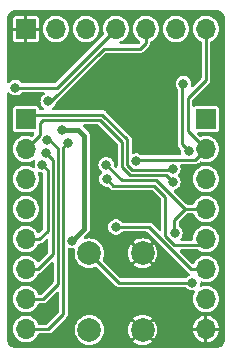
<source format=gbr>
%TF.GenerationSoftware,KiCad,Pcbnew,7.0.7*%
%TF.CreationDate,2024-07-05T12:18:51-04:00*%
%TF.ProjectId,MSP430FR21_Breakout,4d535034-3330-4465-9232-315f42726561,rev?*%
%TF.SameCoordinates,Original*%
%TF.FileFunction,Copper,L2,Bot*%
%TF.FilePolarity,Positive*%
%FSLAX46Y46*%
G04 Gerber Fmt 4.6, Leading zero omitted, Abs format (unit mm)*
G04 Created by KiCad (PCBNEW 7.0.7) date 2024-07-05 12:18:51*
%MOMM*%
%LPD*%
G01*
G04 APERTURE LIST*
%TA.AperFunction,ComponentPad*%
%ADD10C,2.000000*%
%TD*%
%TA.AperFunction,ComponentPad*%
%ADD11R,1.700000X1.700000*%
%TD*%
%TA.AperFunction,ComponentPad*%
%ADD12O,1.700000X1.700000*%
%TD*%
%TA.AperFunction,ViaPad*%
%ADD13C,0.800000*%
%TD*%
%TA.AperFunction,Conductor*%
%ADD14C,0.400000*%
%TD*%
%TA.AperFunction,Conductor*%
%ADD15C,0.250000*%
%TD*%
G04 APERTURE END LIST*
D10*
%TO.P,SW1,1,A*%
%TO.N,RST*%
X142530000Y-101675000D03*
X142530000Y-95175000D03*
%TO.P,SW1,2,B*%
%TO.N,GND*%
X147030000Y-101675000D03*
X147030000Y-95175000D03*
%TD*%
D11*
%TO.P,J3,1,Pin_1*%
%TO.N,GND*%
X137160000Y-76200000D03*
D12*
%TO.P,J3,2,Pin_2*%
%TO.N,+5V*%
X139700000Y-76200000D03*
%TO.P,J3,3,Pin_3*%
%TO.N,+3V3*%
X142240000Y-76200000D03*
%TO.P,J3,4,Pin_4*%
%TO.N,P1.6*%
X144780000Y-76200000D03*
%TO.P,J3,5,Pin_5*%
%TO.N,P1.7*%
X147320000Y-76200000D03*
%TO.P,J3,6,Pin_6*%
%TO.N,RST*%
X149860000Y-76200000D03*
%TO.P,J3,7,Pin_7*%
%TO.N,Test*%
X152400000Y-76200000D03*
%TD*%
D11*
%TO.P,J2,1,Pin_1*%
%TO.N,+3V3*%
X152400000Y-83820000D03*
D12*
%TO.P,J2,2,Pin_2*%
%TO.N,Test*%
X152400000Y-86360000D03*
%TO.P,J2,3,Pin_3*%
%TO.N,RST*%
X152400000Y-88900000D03*
%TO.P,J2,4,Pin_4*%
%TO.N,P2.0*%
X152400000Y-91440000D03*
%TO.P,J2,5,Pin_5*%
%TO.N,P2.1*%
X152400000Y-93980000D03*
%TO.P,J2,6,Pin_6*%
%TO.N,P2.6*%
X152400000Y-96520000D03*
%TO.P,J2,7,Pin_7*%
%TO.N,P2.7*%
X152400000Y-99060000D03*
%TO.P,J2,8,Pin_8*%
%TO.N,GND*%
X152400000Y-101600000D03*
%TD*%
D11*
%TO.P,J1,1,Pin_1*%
%TO.N,P1.0*%
X137160000Y-83820000D03*
D12*
%TO.P,J1,2,Pin_2*%
%TO.N,P1.1*%
X137160000Y-86360000D03*
%TO.P,J1,3,Pin_3*%
%TO.N,P1.2*%
X137160000Y-88900000D03*
%TO.P,J1,4,Pin_4*%
%TO.N,P1.3*%
X137160000Y-91440000D03*
%TO.P,J1,5,Pin_5*%
%TO.N,P1.4*%
X137160000Y-93980000D03*
%TO.P,J1,6,Pin_6*%
%TO.N,P1.5*%
X137160000Y-96520000D03*
%TO.P,J1,7,Pin_7*%
%TO.N,P1.6*%
X137160000Y-99060000D03*
%TO.P,J1,8,Pin_8*%
%TO.N,P1.7*%
X137160000Y-101600000D03*
%TD*%
D13*
%TO.N,+3V3*%
X140208000Y-84709000D03*
X141097000Y-94107000D03*
%TO.N,GND*%
X149504400Y-83769200D03*
%TO.N,P2.6*%
X144780000Y-92964000D03*
%TO.N,RST*%
X151257000Y-97663000D03*
X150495000Y-80819000D03*
X150926800Y-86512400D03*
%TO.N,P1.0*%
X149606000Y-88011000D03*
%TO.N,P1.1*%
X149606000Y-89154000D03*
%TO.N,P1.4*%
X138557000Y-87680800D03*
%TO.N,P1.5*%
X138836400Y-86664800D03*
%TO.N,P1.6*%
X138955832Y-85558456D03*
X136271000Y-81153000D03*
%TO.N,P1.7*%
X139037799Y-82323201D03*
X140712489Y-85822341D03*
%TO.N,Test*%
X146462500Y-87376000D03*
%TO.N,P2.0*%
X143949503Y-87698497D03*
X149770500Y-93472000D03*
%TO.N,P2.1*%
X144018000Y-88900000D03*
%TD*%
D14*
%TO.N,+3V3*%
X141605000Y-84709000D02*
X142113000Y-85217000D01*
X142113000Y-93091000D02*
X141097000Y-94107000D01*
X140208000Y-84709000D02*
X141605000Y-84709000D01*
X142113000Y-85217000D02*
X142113000Y-93091000D01*
D15*
%TO.N,P2.6*%
X144780000Y-92964000D02*
X147572604Y-92964000D01*
X147572604Y-92964000D02*
X151128604Y-96520000D01*
X151128604Y-96520000D02*
X152400000Y-96520000D01*
%TO.N,RST*%
X150926800Y-86512400D02*
X150368000Y-85953600D01*
X150368000Y-85953600D02*
X150368000Y-80946000D01*
X151257000Y-97663000D02*
X145018000Y-97663000D01*
X145018000Y-97663000D02*
X142530000Y-95175000D01*
X150368000Y-80946000D02*
X150495000Y-80819000D01*
%TO.N,P1.0*%
X149606000Y-88011000D02*
X149516000Y-88101000D01*
X145737500Y-87676305D02*
X145737500Y-85539500D01*
X137541000Y-83439000D02*
X137160000Y-83820000D01*
X149516000Y-88101000D02*
X146162195Y-88101000D01*
X143637000Y-83439000D02*
X137541000Y-83439000D01*
X146162195Y-88101000D02*
X145737500Y-87676305D01*
X145737500Y-85539500D02*
X143637000Y-83439000D01*
%TO.N,P1.1*%
X145975799Y-88551000D02*
X149003000Y-88551000D01*
X145287500Y-85725896D02*
X145287500Y-87862701D01*
X137160000Y-86360000D02*
X138335000Y-85185000D01*
X143450604Y-83889000D02*
X145287500Y-85725896D01*
X149003000Y-88551000D02*
X149606000Y-89154000D01*
X138335000Y-84169000D02*
X138615000Y-83889000D01*
X138615000Y-83889000D02*
X143450604Y-83889000D01*
X145287500Y-87862701D02*
X145975799Y-88551000D01*
X138335000Y-85185000D02*
X138335000Y-84169000D01*
%TO.N,P1.4*%
X138303000Y-93980000D02*
X137160000Y-93980000D01*
X138557000Y-87680800D02*
X138985000Y-88108800D01*
X138985000Y-88108800D02*
X138985000Y-93298000D01*
X138985000Y-93298000D02*
X138303000Y-93980000D01*
%TO.N,P1.5*%
X138836400Y-86664800D02*
X139435000Y-87263400D01*
X139435000Y-87263400D02*
X139435000Y-95261000D01*
X138176000Y-96520000D02*
X137160000Y-96520000D01*
X139435000Y-95261000D02*
X138176000Y-96520000D01*
%TO.N,P1.6*%
X138615000Y-99060000D02*
X137160000Y-99060000D01*
X139885000Y-97790000D02*
X138615000Y-99060000D01*
X139885000Y-86291000D02*
X139885000Y-97790000D01*
X144780000Y-76200000D02*
X139827000Y-81153000D01*
X138955832Y-85558456D02*
X139152456Y-85558456D01*
X139152456Y-85558456D02*
X139885000Y-86291000D01*
X139827000Y-81153000D02*
X136271000Y-81153000D01*
%TO.N,P1.7*%
X147320000Y-76200000D02*
X147320000Y-77343000D01*
X147320000Y-77343000D02*
X146812000Y-77851000D01*
X143765396Y-77851000D02*
X139293195Y-82323201D01*
X140712489Y-85822341D02*
X140335000Y-86199830D01*
X146812000Y-77851000D02*
X143765396Y-77851000D01*
X139065000Y-101600000D02*
X137160000Y-101600000D01*
X139293195Y-82323201D02*
X139037799Y-82323201D01*
X140335000Y-100330000D02*
X139065000Y-101600000D01*
X140335000Y-86199830D02*
X140335000Y-100330000D01*
%TO.N,Test*%
X152400000Y-80518000D02*
X152400000Y-76200000D01*
X152400000Y-86360000D02*
X150876000Y-84836000D01*
X150876000Y-82042000D02*
X152400000Y-80518000D01*
X146589500Y-87249000D02*
X151511000Y-87249000D01*
X150876000Y-84836000D02*
X150876000Y-82042000D01*
X151511000Y-87249000D02*
X152400000Y-86360000D01*
X146462500Y-87376000D02*
X146589500Y-87249000D01*
%TO.N,P2.0*%
X148183000Y-89001000D02*
X150622000Y-91440000D01*
X149733000Y-92329000D02*
X150622000Y-91440000D01*
X145252006Y-89001000D02*
X148183000Y-89001000D01*
X143949503Y-87698497D02*
X145252006Y-89001000D01*
X149733000Y-93434500D02*
X149733000Y-92329000D01*
X150622000Y-91440000D02*
X152400000Y-91440000D01*
X149770500Y-93472000D02*
X149733000Y-93434500D01*
%TO.N,P2.1*%
X151892000Y-94488000D02*
X152400000Y-93980000D01*
X144569000Y-89451000D02*
X147996604Y-89451000D01*
X147996604Y-89451000D02*
X148971000Y-90425396D01*
X144018000Y-88900000D02*
X144569000Y-89451000D01*
X149733000Y-94488000D02*
X151892000Y-94488000D01*
X148971000Y-93726000D02*
X149733000Y-94488000D01*
X148971000Y-90425396D02*
X148971000Y-93726000D01*
%TD*%
%TA.AperFunction,Conductor*%
%TO.N,GND*%
G36*
X153308031Y-74595799D02*
G01*
X153355947Y-74600517D01*
X153429317Y-74607744D01*
X153453145Y-74612483D01*
X153561005Y-74645202D01*
X153583453Y-74654501D01*
X153682849Y-74707629D01*
X153703059Y-74721133D01*
X153790179Y-74792630D01*
X153807369Y-74809820D01*
X153878866Y-74896940D01*
X153892370Y-74917150D01*
X153945495Y-75016538D01*
X153954798Y-75038997D01*
X153987514Y-75146848D01*
X153992256Y-75170688D01*
X154004201Y-75291967D01*
X154004500Y-75298048D01*
X154004500Y-102501951D01*
X154004201Y-102508032D01*
X153992256Y-102629311D01*
X153987514Y-102653151D01*
X153954798Y-102761002D01*
X153945495Y-102783461D01*
X153892370Y-102882849D01*
X153878866Y-102903059D01*
X153807369Y-102990179D01*
X153790179Y-103007369D01*
X153703059Y-103078866D01*
X153682849Y-103092370D01*
X153583461Y-103145495D01*
X153561002Y-103154798D01*
X153453151Y-103187514D01*
X153429311Y-103192256D01*
X153308032Y-103204201D01*
X153301951Y-103204500D01*
X136258049Y-103204500D01*
X136251968Y-103204201D01*
X136130688Y-103192256D01*
X136106848Y-103187514D01*
X135998997Y-103154798D01*
X135976541Y-103145496D01*
X135877150Y-103092370D01*
X135856940Y-103078866D01*
X135769820Y-103007369D01*
X135752630Y-102990179D01*
X135681133Y-102903059D01*
X135667629Y-102882849D01*
X135628441Y-102809534D01*
X135614501Y-102783453D01*
X135605201Y-102761002D01*
X135572483Y-102653145D01*
X135567744Y-102629317D01*
X135555799Y-102508031D01*
X135555500Y-102501951D01*
X135555500Y-91440000D01*
X136054785Y-91440000D01*
X136073602Y-91643082D01*
X136129417Y-91839247D01*
X136129422Y-91839260D01*
X136220327Y-92021821D01*
X136343237Y-92184581D01*
X136493958Y-92321980D01*
X136493960Y-92321982D01*
X136541317Y-92351304D01*
X136667363Y-92429348D01*
X136857544Y-92503024D01*
X137058024Y-92540500D01*
X137058026Y-92540500D01*
X137261974Y-92540500D01*
X137261976Y-92540500D01*
X137462456Y-92503024D01*
X137652637Y-92429348D01*
X137826041Y-92321981D01*
X137976764Y-92184579D01*
X138099673Y-92021821D01*
X138190582Y-91839250D01*
X138246397Y-91643083D01*
X138265215Y-91440000D01*
X138246397Y-91236917D01*
X138190582Y-91040750D01*
X138184323Y-91028181D01*
X138121088Y-90901186D01*
X138099673Y-90858179D01*
X137976764Y-90695421D01*
X137976762Y-90695418D01*
X137826041Y-90558019D01*
X137826039Y-90558017D01*
X137652642Y-90450655D01*
X137652635Y-90450651D01*
X137557546Y-90413813D01*
X137462456Y-90376976D01*
X137261976Y-90339500D01*
X137058024Y-90339500D01*
X136857544Y-90376976D01*
X136857541Y-90376976D01*
X136857541Y-90376977D01*
X136667364Y-90450651D01*
X136667357Y-90450655D01*
X136493960Y-90558017D01*
X136493958Y-90558019D01*
X136343237Y-90695418D01*
X136220327Y-90858178D01*
X136129422Y-91040739D01*
X136129417Y-91040752D01*
X136073602Y-91236917D01*
X136054785Y-91439999D01*
X136054785Y-91440000D01*
X135555500Y-91440000D01*
X135555500Y-81659466D01*
X135575185Y-81592427D01*
X135627989Y-81546672D01*
X135697147Y-81536728D01*
X135760703Y-81565753D01*
X135775341Y-81582094D01*
X135775543Y-81581916D01*
X135780512Y-81587525D01*
X135780515Y-81587528D01*
X135780517Y-81587530D01*
X135898760Y-81692283D01*
X135898762Y-81692284D01*
X136038634Y-81765696D01*
X136192014Y-81803500D01*
X136192015Y-81803500D01*
X136349985Y-81803500D01*
X136503365Y-81765696D01*
X136539867Y-81746538D01*
X136643240Y-81692283D01*
X136761483Y-81587530D01*
X136765257Y-81582061D01*
X136819537Y-81538071D01*
X136867308Y-81528500D01*
X138649129Y-81528500D01*
X138716168Y-81548185D01*
X138761923Y-81600989D01*
X138771867Y-81670147D01*
X138742842Y-81733703D01*
X138706755Y-81762296D01*
X138665561Y-81783916D01*
X138547315Y-81888672D01*
X138457580Y-82018676D01*
X138457579Y-82018677D01*
X138401561Y-82166382D01*
X138382521Y-82323200D01*
X138382521Y-82323201D01*
X138401561Y-82480019D01*
X138457578Y-82627723D01*
X138457579Y-82627724D01*
X138547316Y-82757731D01*
X138647725Y-82846685D01*
X138684851Y-82905873D01*
X138684084Y-82975739D01*
X138645667Y-83034099D01*
X138581797Y-83062424D01*
X138565498Y-83063500D01*
X138384500Y-83063500D01*
X138317461Y-83043815D01*
X138271706Y-82991011D01*
X138263044Y-82951194D01*
X138261097Y-82951386D01*
X138260500Y-82945331D01*
X138260500Y-82945326D01*
X138245966Y-82872260D01*
X138190601Y-82789399D01*
X138135235Y-82752405D01*
X138107739Y-82734033D01*
X138107735Y-82734032D01*
X138034677Y-82719500D01*
X138034674Y-82719500D01*
X136285326Y-82719500D01*
X136285323Y-82719500D01*
X136212264Y-82734032D01*
X136212260Y-82734033D01*
X136129399Y-82789399D01*
X136074033Y-82872260D01*
X136074032Y-82872264D01*
X136059500Y-82945321D01*
X136059500Y-84694678D01*
X136074032Y-84767735D01*
X136074033Y-84767739D01*
X136074034Y-84767740D01*
X136129399Y-84850601D01*
X136209936Y-84904413D01*
X136212260Y-84905966D01*
X136212264Y-84905967D01*
X136285321Y-84920499D01*
X136285324Y-84920500D01*
X136285326Y-84920500D01*
X137769100Y-84920500D01*
X137836139Y-84940185D01*
X137881894Y-84992989D01*
X137891838Y-85062147D01*
X137862813Y-85125703D01*
X137856781Y-85132181D01*
X137685028Y-85303933D01*
X137623705Y-85337418D01*
X137554013Y-85332434D01*
X137552554Y-85331879D01*
X137462461Y-85296977D01*
X137462456Y-85296976D01*
X137261976Y-85259500D01*
X137058024Y-85259500D01*
X136857544Y-85296976D01*
X136857541Y-85296976D01*
X136857541Y-85296977D01*
X136667364Y-85370651D01*
X136667357Y-85370655D01*
X136493960Y-85478017D01*
X136493958Y-85478019D01*
X136343237Y-85615418D01*
X136220327Y-85778178D01*
X136129422Y-85960739D01*
X136129417Y-85960752D01*
X136073602Y-86156917D01*
X136054785Y-86359999D01*
X136054785Y-86360000D01*
X136073602Y-86563082D01*
X136129417Y-86759247D01*
X136129422Y-86759260D01*
X136220327Y-86941821D01*
X136343237Y-87104581D01*
X136493958Y-87241980D01*
X136493960Y-87241982D01*
X136529469Y-87263968D01*
X136667363Y-87349348D01*
X136857544Y-87423024D01*
X137058024Y-87460500D01*
X137058026Y-87460500D01*
X137261974Y-87460500D01*
X137261976Y-87460500D01*
X137462456Y-87423024D01*
X137652637Y-87349348D01*
X137778724Y-87271278D01*
X137846082Y-87252723D01*
X137912781Y-87273531D01*
X137957643Y-87327096D01*
X137966423Y-87396412D01*
X137959941Y-87420677D01*
X137920763Y-87523981D01*
X137901722Y-87680799D01*
X137901722Y-87680800D01*
X137921030Y-87839825D01*
X137909569Y-87908749D01*
X137862665Y-87960534D01*
X137795209Y-87978741D01*
X137732657Y-87960198D01*
X137652642Y-87910655D01*
X137652635Y-87910651D01*
X137557546Y-87873814D01*
X137462456Y-87836976D01*
X137261976Y-87799500D01*
X137058024Y-87799500D01*
X136857544Y-87836976D01*
X136857541Y-87836976D01*
X136857541Y-87836977D01*
X136667364Y-87910651D01*
X136667357Y-87910655D01*
X136493960Y-88018017D01*
X136493958Y-88018019D01*
X136343237Y-88155418D01*
X136220327Y-88318178D01*
X136129422Y-88500739D01*
X136129417Y-88500752D01*
X136073602Y-88696917D01*
X136054785Y-88899999D01*
X136054785Y-88900000D01*
X136073602Y-89103082D01*
X136129417Y-89299247D01*
X136129422Y-89299260D01*
X136220327Y-89481821D01*
X136343237Y-89644581D01*
X136493958Y-89781980D01*
X136493960Y-89781982D01*
X136537063Y-89808670D01*
X136667363Y-89889348D01*
X136857544Y-89963024D01*
X137058024Y-90000500D01*
X137058026Y-90000500D01*
X137261974Y-90000500D01*
X137261976Y-90000500D01*
X137462456Y-89963024D01*
X137652637Y-89889348D01*
X137826041Y-89781981D01*
X137976764Y-89644579D01*
X138099673Y-89481821D01*
X138190582Y-89299250D01*
X138246397Y-89103083D01*
X138265215Y-88900000D01*
X138260533Y-88849477D01*
X138246397Y-88696917D01*
X138213842Y-88582500D01*
X138190582Y-88500750D01*
X138190577Y-88500739D01*
X138190575Y-88500734D01*
X138173329Y-88466099D01*
X138161068Y-88397314D01*
X138187941Y-88332819D01*
X138245417Y-88293092D01*
X138315247Y-88290744D01*
X138321431Y-88292706D01*
X138324633Y-88293495D01*
X138324635Y-88293496D01*
X138396436Y-88311193D01*
X138478014Y-88331300D01*
X138478015Y-88331300D01*
X138485500Y-88331300D01*
X138552539Y-88350985D01*
X138598294Y-88403789D01*
X138609500Y-88455300D01*
X138609500Y-93091100D01*
X138589815Y-93158139D01*
X138573181Y-93178781D01*
X138306006Y-93445955D01*
X138244683Y-93479440D01*
X138174991Y-93474456D01*
X138119058Y-93432584D01*
X138107325Y-93413546D01*
X138101016Y-93400877D01*
X138099673Y-93398179D01*
X138001762Y-93268524D01*
X137976762Y-93235418D01*
X137826041Y-93098019D01*
X137826039Y-93098017D01*
X137652642Y-92990655D01*
X137652635Y-92990651D01*
X137470450Y-92920073D01*
X137462456Y-92916976D01*
X137261976Y-92879500D01*
X137058024Y-92879500D01*
X136857544Y-92916976D01*
X136857541Y-92916976D01*
X136857541Y-92916977D01*
X136667364Y-92990651D01*
X136667357Y-92990655D01*
X136493960Y-93098017D01*
X136493958Y-93098019D01*
X136343237Y-93235418D01*
X136220327Y-93398178D01*
X136129422Y-93580739D01*
X136129417Y-93580752D01*
X136073602Y-93776917D01*
X136054785Y-93979999D01*
X136054785Y-93980000D01*
X136073602Y-94183082D01*
X136129417Y-94379247D01*
X136129422Y-94379260D01*
X136220327Y-94561821D01*
X136343237Y-94724581D01*
X136493958Y-94861980D01*
X136493960Y-94861982D01*
X136576874Y-94913320D01*
X136667363Y-94969348D01*
X136857544Y-95043024D01*
X137058024Y-95080500D01*
X137058026Y-95080500D01*
X137261974Y-95080500D01*
X137261976Y-95080500D01*
X137462456Y-95043024D01*
X137652637Y-94969348D01*
X137826041Y-94861981D01*
X137961388Y-94738596D01*
X137976762Y-94724581D01*
X137980451Y-94719696D01*
X138099673Y-94561821D01*
X138165924Y-94428769D01*
X138213424Y-94377536D01*
X138281087Y-94360114D01*
X138282058Y-94360150D01*
X138287260Y-94360365D01*
X138287268Y-94360367D01*
X138297744Y-94359061D01*
X138322492Y-94355977D01*
X138330168Y-94355500D01*
X138334112Y-94355500D01*
X138334114Y-94355500D01*
X138334116Y-94355499D01*
X138334122Y-94355499D01*
X138349487Y-94352934D01*
X138357140Y-94351657D01*
X138411626Y-94344866D01*
X138411627Y-94344865D01*
X138411629Y-94344865D01*
X138419141Y-94342628D01*
X138426606Y-94340066D01*
X138426606Y-94340065D01*
X138426610Y-94340065D01*
X138474877Y-94313944D01*
X138524211Y-94289826D01*
X138524213Y-94289823D01*
X138530594Y-94285268D01*
X138536819Y-94280422D01*
X138536826Y-94280419D01*
X138574008Y-94240028D01*
X138847821Y-93966214D01*
X138909142Y-93932731D01*
X138978833Y-93937715D01*
X139034767Y-93979586D01*
X139059184Y-94045051D01*
X139059500Y-94053897D01*
X139059500Y-95054099D01*
X139039815Y-95121138D01*
X139023181Y-95141780D01*
X138255123Y-95909837D01*
X138193800Y-95943322D01*
X138124108Y-95938338D01*
X138068488Y-95896883D01*
X137976762Y-95775418D01*
X137826041Y-95638019D01*
X137826039Y-95638017D01*
X137652642Y-95530655D01*
X137652635Y-95530651D01*
X137557546Y-95493814D01*
X137462456Y-95456976D01*
X137261976Y-95419500D01*
X137058024Y-95419500D01*
X136857544Y-95456976D01*
X136857541Y-95456976D01*
X136857541Y-95456977D01*
X136667364Y-95530651D01*
X136667357Y-95530655D01*
X136493960Y-95638017D01*
X136493958Y-95638019D01*
X136343237Y-95775418D01*
X136220327Y-95938178D01*
X136129422Y-96120739D01*
X136129417Y-96120752D01*
X136073602Y-96316917D01*
X136054785Y-96519999D01*
X136054785Y-96520000D01*
X136073602Y-96723082D01*
X136129417Y-96919247D01*
X136129422Y-96919260D01*
X136220327Y-97101821D01*
X136343237Y-97264581D01*
X136493958Y-97401980D01*
X136493960Y-97401982D01*
X136593141Y-97463392D01*
X136667363Y-97509348D01*
X136857544Y-97583024D01*
X137058024Y-97620500D01*
X137058026Y-97620500D01*
X137261974Y-97620500D01*
X137261976Y-97620500D01*
X137462456Y-97583024D01*
X137652637Y-97509348D01*
X137826041Y-97401981D01*
X137976764Y-97264579D01*
X138099673Y-97101821D01*
X138172963Y-96954633D01*
X138220463Y-96903400D01*
X138268626Y-96886860D01*
X138284626Y-96884866D01*
X138284628Y-96884864D01*
X138292141Y-96882628D01*
X138299606Y-96880066D01*
X138299606Y-96880065D01*
X138299610Y-96880065D01*
X138347877Y-96853944D01*
X138397211Y-96829826D01*
X138397213Y-96829823D01*
X138403594Y-96825268D01*
X138409819Y-96820422D01*
X138409826Y-96820419D01*
X138447007Y-96780029D01*
X139297820Y-95929216D01*
X139359142Y-95895732D01*
X139428834Y-95900716D01*
X139484767Y-95942588D01*
X139509184Y-96008052D01*
X139509500Y-96016898D01*
X139509500Y-97583100D01*
X139489815Y-97650139D01*
X139473181Y-97670781D01*
X138495781Y-98648181D01*
X138434458Y-98681666D01*
X138408100Y-98684500D01*
X138279185Y-98684500D01*
X138212146Y-98664815D01*
X138168186Y-98615774D01*
X138099673Y-98478179D01*
X137976764Y-98315421D01*
X137976762Y-98315418D01*
X137826041Y-98178019D01*
X137826039Y-98178017D01*
X137652642Y-98070655D01*
X137652635Y-98070651D01*
X137474260Y-98001549D01*
X137462456Y-97996976D01*
X137261976Y-97959500D01*
X137058024Y-97959500D01*
X136857544Y-97996976D01*
X136857541Y-97996976D01*
X136857541Y-97996977D01*
X136667364Y-98070651D01*
X136667357Y-98070655D01*
X136493960Y-98178017D01*
X136493958Y-98178019D01*
X136343237Y-98315418D01*
X136220327Y-98478178D01*
X136129422Y-98660739D01*
X136129417Y-98660752D01*
X136073602Y-98856917D01*
X136054785Y-99059999D01*
X136054785Y-99060000D01*
X136073602Y-99263082D01*
X136129417Y-99459247D01*
X136129422Y-99459260D01*
X136220327Y-99641821D01*
X136343237Y-99804581D01*
X136493958Y-99941980D01*
X136493960Y-99941982D01*
X136593141Y-100003392D01*
X136667363Y-100049348D01*
X136857544Y-100123024D01*
X137058024Y-100160500D01*
X137058026Y-100160500D01*
X137261974Y-100160500D01*
X137261976Y-100160500D01*
X137462456Y-100123024D01*
X137652637Y-100049348D01*
X137826041Y-99941981D01*
X137976764Y-99804579D01*
X138099673Y-99641821D01*
X138168186Y-99504226D01*
X138215687Y-99452992D01*
X138279185Y-99435500D01*
X138563196Y-99435500D01*
X138588641Y-99438139D01*
X138592440Y-99438935D01*
X138599268Y-99440367D01*
X138620225Y-99437754D01*
X138634492Y-99435977D01*
X138642168Y-99435500D01*
X138646112Y-99435500D01*
X138646114Y-99435500D01*
X138646116Y-99435499D01*
X138646122Y-99435499D01*
X138661487Y-99432934D01*
X138669140Y-99431657D01*
X138723626Y-99424866D01*
X138723627Y-99424865D01*
X138723629Y-99424865D01*
X138731141Y-99422628D01*
X138738606Y-99420066D01*
X138738606Y-99420065D01*
X138738610Y-99420065D01*
X138786877Y-99393944D01*
X138836211Y-99369826D01*
X138836213Y-99369823D01*
X138842594Y-99365268D01*
X138848819Y-99360422D01*
X138848826Y-99360419D01*
X138886008Y-99320028D01*
X139747820Y-98458216D01*
X139809142Y-98424732D01*
X139878834Y-98429716D01*
X139934767Y-98471588D01*
X139959184Y-98537052D01*
X139959500Y-98545898D01*
X139959500Y-100123100D01*
X139939815Y-100190139D01*
X139923181Y-100210781D01*
X138945781Y-101188181D01*
X138884458Y-101221666D01*
X138858100Y-101224500D01*
X138279185Y-101224500D01*
X138212146Y-101204815D01*
X138168186Y-101155774D01*
X138099673Y-101018179D01*
X137976764Y-100855421D01*
X137976762Y-100855418D01*
X137826041Y-100718019D01*
X137826039Y-100718017D01*
X137652642Y-100610655D01*
X137652635Y-100610651D01*
X137463705Y-100537460D01*
X137462456Y-100536976D01*
X137261976Y-100499500D01*
X137058024Y-100499500D01*
X136857544Y-100536976D01*
X136857541Y-100536976D01*
X136857541Y-100536977D01*
X136667364Y-100610651D01*
X136667357Y-100610655D01*
X136493960Y-100718017D01*
X136493958Y-100718019D01*
X136343237Y-100855418D01*
X136220327Y-101018178D01*
X136129422Y-101200739D01*
X136129417Y-101200752D01*
X136073602Y-101396917D01*
X136054785Y-101599999D01*
X136054785Y-101600000D01*
X136073602Y-101803082D01*
X136129417Y-101999247D01*
X136129422Y-101999260D01*
X136220327Y-102181821D01*
X136343237Y-102344581D01*
X136493958Y-102481980D01*
X136493960Y-102481982D01*
X136531136Y-102505000D01*
X136667363Y-102589348D01*
X136857544Y-102663024D01*
X137058024Y-102700500D01*
X137058026Y-102700500D01*
X137261974Y-102700500D01*
X137261976Y-102700500D01*
X137462456Y-102663024D01*
X137652637Y-102589348D01*
X137826041Y-102481981D01*
X137976764Y-102344579D01*
X138099673Y-102181821D01*
X138168186Y-102044226D01*
X138215687Y-101992992D01*
X138279185Y-101975500D01*
X139013196Y-101975500D01*
X139038641Y-101978139D01*
X139042440Y-101978935D01*
X139049268Y-101980367D01*
X139070225Y-101977754D01*
X139084492Y-101975977D01*
X139092168Y-101975500D01*
X139096112Y-101975500D01*
X139096114Y-101975500D01*
X139096116Y-101975499D01*
X139096122Y-101975499D01*
X139111487Y-101972934D01*
X139119140Y-101971657D01*
X139173626Y-101964866D01*
X139173627Y-101964865D01*
X139173629Y-101964865D01*
X139181141Y-101962628D01*
X139188606Y-101960066D01*
X139188606Y-101960065D01*
X139188610Y-101960065D01*
X139236877Y-101933944D01*
X139286211Y-101909826D01*
X139286213Y-101909823D01*
X139292594Y-101905268D01*
X139298819Y-101900422D01*
X139298826Y-101900419D01*
X139336008Y-101860028D01*
X139521034Y-101675002D01*
X141274723Y-101675002D01*
X141278117Y-101713794D01*
X141290910Y-101860028D01*
X141293793Y-101892975D01*
X141293793Y-101892979D01*
X141350422Y-102104322D01*
X141350424Y-102104326D01*
X141350425Y-102104330D01*
X141362605Y-102130450D01*
X141442897Y-102302638D01*
X141442898Y-102302639D01*
X141568402Y-102481877D01*
X141723123Y-102636598D01*
X141902361Y-102762102D01*
X142100670Y-102854575D01*
X142312023Y-102911207D01*
X142494926Y-102927208D01*
X142529998Y-102930277D01*
X142530000Y-102930277D01*
X142530002Y-102930277D01*
X142558254Y-102927805D01*
X142747977Y-102911207D01*
X142959330Y-102854575D01*
X143157639Y-102762102D01*
X143336877Y-102636598D01*
X143491598Y-102481877D01*
X143617102Y-102302639D01*
X143709575Y-102104330D01*
X143766207Y-101892977D01*
X143785277Y-101675000D01*
X145775225Y-101675000D01*
X145794287Y-101892884D01*
X145794289Y-101892894D01*
X145850894Y-102104150D01*
X145850898Y-102104159D01*
X145943332Y-102302386D01*
X145943333Y-102302388D01*
X146059676Y-102468545D01*
X146059677Y-102468545D01*
X146464767Y-102063454D01*
X146526090Y-102029969D01*
X146595781Y-102034953D01*
X146643111Y-102066541D01*
X146644477Y-102068005D01*
X146675820Y-102130450D01*
X146668426Y-102199927D01*
X146641495Y-102240280D01*
X146236453Y-102645321D01*
X146402612Y-102761666D01*
X146600840Y-102854101D01*
X146600849Y-102854105D01*
X146812105Y-102910710D01*
X146812115Y-102910712D01*
X147029999Y-102929775D01*
X147030001Y-102929775D01*
X147247884Y-102910712D01*
X147247894Y-102910710D01*
X147459150Y-102854105D01*
X147459159Y-102854101D01*
X147657387Y-102761666D01*
X147823545Y-102645321D01*
X147420640Y-102242417D01*
X147387155Y-102181094D01*
X147392139Y-102111403D01*
X147430100Y-102058521D01*
X147431663Y-102057249D01*
X147496099Y-102030235D01*
X147564911Y-102042346D01*
X147597563Y-102065786D01*
X148000321Y-102468545D01*
X148116666Y-102302387D01*
X148209101Y-102104159D01*
X148209105Y-102104150D01*
X148265710Y-101892894D01*
X148265712Y-101892884D01*
X148284775Y-101675000D01*
X148284775Y-101674999D01*
X148267277Y-101474999D01*
X151306869Y-101474999D01*
X151306870Y-101475000D01*
X151776000Y-101475000D01*
X151843039Y-101494685D01*
X151888794Y-101547489D01*
X151900000Y-101599000D01*
X151900000Y-101601000D01*
X151880315Y-101668039D01*
X151827511Y-101713794D01*
X151776000Y-101725000D01*
X151306870Y-101725000D01*
X151314097Y-101802989D01*
X151314097Y-101802992D01*
X151369883Y-101999063D01*
X151369886Y-101999069D01*
X151460754Y-102181556D01*
X151583608Y-102344242D01*
X151734260Y-102481578D01*
X151907584Y-102588897D01*
X152097678Y-102662539D01*
X152275000Y-102695686D01*
X152275000Y-102224000D01*
X152294685Y-102156961D01*
X152347489Y-102111206D01*
X152399000Y-102100000D01*
X152401000Y-102100000D01*
X152468039Y-102119685D01*
X152513794Y-102172489D01*
X152525000Y-102224000D01*
X152525000Y-102695686D01*
X152702321Y-102662539D01*
X152892415Y-102588897D01*
X153065739Y-102481578D01*
X153216391Y-102344242D01*
X153339245Y-102181556D01*
X153430113Y-101999069D01*
X153430116Y-101999063D01*
X153485902Y-101802992D01*
X153485902Y-101802989D01*
X153493130Y-101725000D01*
X153024000Y-101725000D01*
X152956961Y-101705315D01*
X152911206Y-101652511D01*
X152900000Y-101601000D01*
X152900000Y-101599000D01*
X152919685Y-101531961D01*
X152972489Y-101486206D01*
X153024000Y-101475000D01*
X153493130Y-101475000D01*
X153493130Y-101474999D01*
X153485902Y-101397010D01*
X153485902Y-101397007D01*
X153430116Y-101200936D01*
X153430113Y-101200930D01*
X153339245Y-101018443D01*
X153216391Y-100855757D01*
X153065739Y-100718421D01*
X152892415Y-100611102D01*
X152702321Y-100537460D01*
X152525000Y-100504312D01*
X152525000Y-100976000D01*
X152505315Y-101043039D01*
X152452511Y-101088794D01*
X152401000Y-101100000D01*
X152399000Y-101100000D01*
X152331961Y-101080315D01*
X152286206Y-101027511D01*
X152275000Y-100976000D01*
X152274999Y-100504312D01*
X152097678Y-100537460D01*
X151907584Y-100611102D01*
X151734260Y-100718421D01*
X151583608Y-100855757D01*
X151460754Y-101018443D01*
X151369886Y-101200930D01*
X151369883Y-101200936D01*
X151314097Y-101397007D01*
X151314097Y-101397010D01*
X151306869Y-101474999D01*
X148267277Y-101474999D01*
X148265712Y-101457115D01*
X148265710Y-101457105D01*
X148209105Y-101245849D01*
X148209101Y-101245840D01*
X148116668Y-101047615D01*
X148000320Y-100881454D01*
X147595231Y-101286543D01*
X147533908Y-101320028D01*
X147464216Y-101315044D01*
X147416916Y-101283487D01*
X147415550Y-101282024D01*
X147384186Y-101219590D01*
X147391555Y-101150110D01*
X147418503Y-101109718D01*
X147823545Y-100704677D01*
X147823545Y-100704676D01*
X147657388Y-100588333D01*
X147657386Y-100588332D01*
X147459159Y-100495898D01*
X147459150Y-100495894D01*
X147247894Y-100439289D01*
X147247884Y-100439287D01*
X147030001Y-100420225D01*
X147029999Y-100420225D01*
X146812115Y-100439287D01*
X146812105Y-100439289D01*
X146600849Y-100495894D01*
X146600840Y-100495898D01*
X146402613Y-100588333D01*
X146236454Y-100704678D01*
X146639359Y-101107582D01*
X146672844Y-101168905D01*
X146667860Y-101238596D01*
X146629927Y-101291456D01*
X146628367Y-101292725D01*
X146563940Y-101319759D01*
X146495124Y-101307670D01*
X146462437Y-101284213D01*
X146059678Y-100881454D01*
X145943333Y-101047613D01*
X145850898Y-101245840D01*
X145850894Y-101245849D01*
X145794289Y-101457105D01*
X145794287Y-101457115D01*
X145775225Y-101674999D01*
X145775225Y-101675000D01*
X143785277Y-101675000D01*
X143781962Y-101637114D01*
X143778803Y-101601000D01*
X143766207Y-101457023D01*
X143709575Y-101245670D01*
X143617102Y-101047362D01*
X143617100Y-101047359D01*
X143617099Y-101047357D01*
X143491599Y-100868124D01*
X143478893Y-100855418D01*
X143336877Y-100713402D01*
X143189324Y-100610084D01*
X143157638Y-100587897D01*
X143049474Y-100537460D01*
X142959330Y-100495425D01*
X142959326Y-100495424D01*
X142959322Y-100495422D01*
X142747977Y-100438793D01*
X142530002Y-100419723D01*
X142529998Y-100419723D01*
X142384681Y-100432436D01*
X142312023Y-100438793D01*
X142312020Y-100438793D01*
X142100677Y-100495422D01*
X142100668Y-100495426D01*
X141902361Y-100587898D01*
X141902357Y-100587900D01*
X141723121Y-100713402D01*
X141568402Y-100868121D01*
X141442900Y-101047357D01*
X141442898Y-101047361D01*
X141392346Y-101155771D01*
X141351042Y-101244348D01*
X141350426Y-101245668D01*
X141350422Y-101245677D01*
X141293793Y-101457020D01*
X141293793Y-101457024D01*
X141274723Y-101674997D01*
X141274723Y-101675002D01*
X139521034Y-101675002D01*
X140563889Y-100632146D01*
X140583746Y-100616022D01*
X140592836Y-100610084D01*
X140614638Y-100582071D01*
X140619733Y-100576303D01*
X140622519Y-100573518D01*
X140622528Y-100573506D01*
X140636086Y-100554516D01*
X140669807Y-100511192D01*
X140673547Y-100504278D01*
X140677006Y-100497203D01*
X140677010Y-100497199D01*
X140684196Y-100473061D01*
X140692672Y-100444593D01*
X140710500Y-100392661D01*
X140711791Y-100384924D01*
X140712768Y-100377086D01*
X140710500Y-100322244D01*
X140710500Y-94839979D01*
X140730185Y-94772940D01*
X140782989Y-94727185D01*
X140852147Y-94717241D01*
X140864175Y-94719582D01*
X140864632Y-94719694D01*
X140864635Y-94719696D01*
X141018015Y-94757500D01*
X141183485Y-94757500D01*
X141183485Y-94760249D01*
X141239673Y-94769576D01*
X141291472Y-94816465D01*
X141309699Y-94883916D01*
X141305503Y-94913320D01*
X141293793Y-94957020D01*
X141293793Y-94957024D01*
X141274723Y-95174997D01*
X141274723Y-95175002D01*
X141293793Y-95392975D01*
X141293793Y-95392979D01*
X141350422Y-95604322D01*
X141350424Y-95604326D01*
X141350425Y-95604330D01*
X141371418Y-95649349D01*
X141442897Y-95802638D01*
X141442898Y-95802639D01*
X141568402Y-95981877D01*
X141723123Y-96136598D01*
X141902361Y-96262102D01*
X142100670Y-96354575D01*
X142312023Y-96411207D01*
X142494926Y-96427208D01*
X142529998Y-96430277D01*
X142530000Y-96430277D01*
X142530002Y-96430277D01*
X142558254Y-96427805D01*
X142747977Y-96411207D01*
X142959330Y-96354575D01*
X143030137Y-96321556D01*
X143099212Y-96311065D01*
X143162996Y-96339584D01*
X143170221Y-96346258D01*
X144715849Y-97891886D01*
X144731977Y-97911745D01*
X144737916Y-97920836D01*
X144765932Y-97942641D01*
X144771693Y-97947730D01*
X144774482Y-97950519D01*
X144793483Y-97964085D01*
X144830552Y-97992937D01*
X144836811Y-97997809D01*
X144843722Y-98001549D01*
X144850800Y-98005010D01*
X144900432Y-98019786D01*
X144903405Y-98020671D01*
X144955340Y-98038500D01*
X144955342Y-98038500D01*
X144963079Y-98039791D01*
X144970909Y-98040767D01*
X144970911Y-98040768D01*
X144970912Y-98040767D01*
X144970913Y-98040768D01*
X145025755Y-98038500D01*
X150660692Y-98038500D01*
X150727731Y-98058185D01*
X150762742Y-98092061D01*
X150766517Y-98097530D01*
X150884760Y-98202283D01*
X150884762Y-98202284D01*
X151024634Y-98275696D01*
X151178014Y-98313500D01*
X151342061Y-98313500D01*
X151409100Y-98333185D01*
X151454855Y-98385989D01*
X151464799Y-98455147D01*
X151453061Y-98492772D01*
X151369422Y-98660739D01*
X151369417Y-98660752D01*
X151313602Y-98856917D01*
X151294785Y-99059999D01*
X151294785Y-99060000D01*
X151313602Y-99263082D01*
X151369417Y-99459247D01*
X151369422Y-99459260D01*
X151460327Y-99641821D01*
X151583237Y-99804581D01*
X151733958Y-99941980D01*
X151733960Y-99941982D01*
X151833141Y-100003392D01*
X151907363Y-100049348D01*
X152097544Y-100123024D01*
X152298024Y-100160500D01*
X152298026Y-100160500D01*
X152501974Y-100160500D01*
X152501976Y-100160500D01*
X152702456Y-100123024D01*
X152892637Y-100049348D01*
X153066041Y-99941981D01*
X153216764Y-99804579D01*
X153339673Y-99641821D01*
X153430582Y-99459250D01*
X153486397Y-99263083D01*
X153505215Y-99060000D01*
X153486397Y-98856917D01*
X153430582Y-98660750D01*
X153424323Y-98648181D01*
X153346939Y-98492772D01*
X153339673Y-98478179D01*
X153216764Y-98315421D01*
X153216762Y-98315418D01*
X153066041Y-98178019D01*
X153066039Y-98178017D01*
X152892642Y-98070655D01*
X152892635Y-98070651D01*
X152714260Y-98001549D01*
X152702456Y-97996976D01*
X152501976Y-97959500D01*
X152298024Y-97959500D01*
X152211801Y-97975617D01*
X152097536Y-97996977D01*
X152038660Y-98019786D01*
X151969037Y-98025647D01*
X151907297Y-97992937D01*
X151873043Y-97932040D01*
X151877150Y-97862291D01*
X151877927Y-97860186D01*
X151893237Y-97819818D01*
X151910657Y-97676342D01*
X151938278Y-97612167D01*
X151996212Y-97573110D01*
X152066065Y-97571575D01*
X152078543Y-97575663D01*
X152097544Y-97583024D01*
X152298024Y-97620500D01*
X152298026Y-97620500D01*
X152501974Y-97620500D01*
X152501976Y-97620500D01*
X152702456Y-97583024D01*
X152892637Y-97509348D01*
X153066041Y-97401981D01*
X153216764Y-97264579D01*
X153339673Y-97101821D01*
X153430582Y-96919250D01*
X153486397Y-96723083D01*
X153505215Y-96520000D01*
X153486397Y-96316917D01*
X153430582Y-96120750D01*
X153424193Y-96107920D01*
X153354793Y-95968545D01*
X153339673Y-95938179D01*
X153216764Y-95775421D01*
X153216762Y-95775418D01*
X153066041Y-95638019D01*
X153066039Y-95638017D01*
X152892642Y-95530655D01*
X152892635Y-95530651D01*
X152797546Y-95493813D01*
X152702456Y-95456976D01*
X152501976Y-95419500D01*
X152298024Y-95419500D01*
X152097544Y-95456976D01*
X152097541Y-95456976D01*
X152097541Y-95456977D01*
X151907364Y-95530651D01*
X151907357Y-95530655D01*
X151733960Y-95638017D01*
X151733958Y-95638019D01*
X151583237Y-95775418D01*
X151460325Y-95938180D01*
X151409994Y-96039261D01*
X151362492Y-96090499D01*
X151294829Y-96107920D01*
X151228488Y-96085995D01*
X151211313Y-96071671D01*
X150214823Y-95075181D01*
X150181338Y-95013858D01*
X150186322Y-94944166D01*
X150228194Y-94888233D01*
X150293658Y-94863816D01*
X150302504Y-94863500D01*
X151701131Y-94863500D01*
X151766408Y-94882073D01*
X151769385Y-94883916D01*
X151907363Y-94969348D01*
X152097544Y-95043024D01*
X152298024Y-95080500D01*
X152298026Y-95080500D01*
X152501974Y-95080500D01*
X152501976Y-95080500D01*
X152702456Y-95043024D01*
X152892637Y-94969348D01*
X153066041Y-94861981D01*
X153201388Y-94738596D01*
X153216762Y-94724581D01*
X153220451Y-94719696D01*
X153339673Y-94561821D01*
X153430582Y-94379250D01*
X153486397Y-94183083D01*
X153505215Y-93980000D01*
X153504367Y-93970853D01*
X153486397Y-93776917D01*
X153480029Y-93754536D01*
X153430582Y-93580750D01*
X153428563Y-93576696D01*
X153368713Y-93456500D01*
X153339673Y-93398179D01*
X153241762Y-93268524D01*
X153216762Y-93235418D01*
X153066041Y-93098019D01*
X153066039Y-93098017D01*
X152892642Y-92990655D01*
X152892635Y-92990651D01*
X152710450Y-92920073D01*
X152702456Y-92916976D01*
X152501976Y-92879500D01*
X152298024Y-92879500D01*
X152097544Y-92916976D01*
X152097541Y-92916976D01*
X152097541Y-92916977D01*
X151907364Y-92990651D01*
X151907357Y-92990655D01*
X151733960Y-93098017D01*
X151733958Y-93098019D01*
X151583237Y-93235418D01*
X151460327Y-93398178D01*
X151369422Y-93580739D01*
X151369417Y-93580752D01*
X151313602Y-93776917D01*
X151294785Y-93979999D01*
X151294785Y-93985733D01*
X151292819Y-93985733D01*
X151281089Y-94045644D01*
X151232725Y-94096069D01*
X151171041Y-94112500D01*
X150354026Y-94112500D01*
X150286987Y-94092815D01*
X150241232Y-94040011D01*
X150231288Y-93970853D01*
X150257575Y-93913291D01*
X150256722Y-93912703D01*
X150260038Y-93907898D01*
X150260313Y-93907297D01*
X150260972Y-93906545D01*
X150260981Y-93906531D01*
X150260983Y-93906530D01*
X150350720Y-93776523D01*
X150406737Y-93628818D01*
X150425778Y-93472000D01*
X150423232Y-93451027D01*
X150406737Y-93315181D01*
X150376488Y-93235421D01*
X150350720Y-93167477D01*
X150260983Y-93037470D01*
X150150272Y-92939390D01*
X150113146Y-92880201D01*
X150108500Y-92846575D01*
X150108500Y-92535899D01*
X150128185Y-92468860D01*
X150144819Y-92448218D01*
X150741219Y-91851819D01*
X150802542Y-91818334D01*
X150828900Y-91815500D01*
X151280815Y-91815500D01*
X151347854Y-91835185D01*
X151391813Y-91884225D01*
X151460327Y-92021821D01*
X151460329Y-92021823D01*
X151583237Y-92184581D01*
X151733958Y-92321980D01*
X151733960Y-92321982D01*
X151781317Y-92351304D01*
X151907363Y-92429348D01*
X152097544Y-92503024D01*
X152298024Y-92540500D01*
X152298026Y-92540500D01*
X152501974Y-92540500D01*
X152501976Y-92540500D01*
X152702456Y-92503024D01*
X152892637Y-92429348D01*
X153066041Y-92321981D01*
X153216764Y-92184579D01*
X153339673Y-92021821D01*
X153430582Y-91839250D01*
X153486397Y-91643083D01*
X153505215Y-91440000D01*
X153486397Y-91236917D01*
X153430582Y-91040750D01*
X153424323Y-91028181D01*
X153361088Y-90901186D01*
X153339673Y-90858179D01*
X153216764Y-90695421D01*
X153216762Y-90695418D01*
X153066041Y-90558019D01*
X153066039Y-90558017D01*
X152892642Y-90450655D01*
X152892635Y-90450651D01*
X152797546Y-90413813D01*
X152702456Y-90376976D01*
X152501976Y-90339500D01*
X152298024Y-90339500D01*
X152097544Y-90376976D01*
X152097541Y-90376976D01*
X152097541Y-90376977D01*
X151907364Y-90450651D01*
X151907357Y-90450655D01*
X151733960Y-90558017D01*
X151733958Y-90558019D01*
X151583237Y-90695418D01*
X151460329Y-90858176D01*
X151460327Y-90858179D01*
X151391813Y-90995773D01*
X151344313Y-91047008D01*
X151280815Y-91064500D01*
X150828899Y-91064500D01*
X150761860Y-91044815D01*
X150741218Y-91028181D01*
X149706111Y-89993074D01*
X149672626Y-89931751D01*
X149677610Y-89862059D01*
X149719482Y-89806126D01*
X149764118Y-89784996D01*
X149838365Y-89766696D01*
X149892053Y-89738518D01*
X149978240Y-89693283D01*
X150096483Y-89588530D01*
X150186220Y-89458523D01*
X150242237Y-89310818D01*
X150261278Y-89154000D01*
X150255096Y-89103082D01*
X150242237Y-88997181D01*
X150205380Y-88900000D01*
X151294785Y-88900000D01*
X151313602Y-89103082D01*
X151369417Y-89299247D01*
X151369422Y-89299260D01*
X151460327Y-89481821D01*
X151583237Y-89644581D01*
X151733958Y-89781980D01*
X151733960Y-89781982D01*
X151777063Y-89808670D01*
X151907363Y-89889348D01*
X152097544Y-89963024D01*
X152298024Y-90000500D01*
X152298026Y-90000500D01*
X152501974Y-90000500D01*
X152501976Y-90000500D01*
X152702456Y-89963024D01*
X152892637Y-89889348D01*
X153066041Y-89781981D01*
X153216764Y-89644579D01*
X153339673Y-89481821D01*
X153430582Y-89299250D01*
X153486397Y-89103083D01*
X153505215Y-88900000D01*
X153500533Y-88849477D01*
X153486397Y-88696917D01*
X153453842Y-88582500D01*
X153430582Y-88500750D01*
X153430574Y-88500734D01*
X153356008Y-88350985D01*
X153339673Y-88318179D01*
X153216764Y-88155421D01*
X153216762Y-88155418D01*
X153066041Y-88018019D01*
X153066039Y-88018017D01*
X152892642Y-87910655D01*
X152892635Y-87910651D01*
X152797546Y-87873814D01*
X152702456Y-87836976D01*
X152501976Y-87799500D01*
X152298024Y-87799500D01*
X152097544Y-87836976D01*
X152097541Y-87836976D01*
X152097541Y-87836977D01*
X151907364Y-87910651D01*
X151907357Y-87910655D01*
X151733960Y-88018017D01*
X151733958Y-88018019D01*
X151583237Y-88155418D01*
X151460327Y-88318178D01*
X151369422Y-88500739D01*
X151369417Y-88500752D01*
X151313602Y-88696917D01*
X151294785Y-88899999D01*
X151294785Y-88900000D01*
X150205380Y-88900000D01*
X150205380Y-88899999D01*
X150186220Y-88849477D01*
X150112850Y-88743182D01*
X150096482Y-88719468D01*
X150046643Y-88675316D01*
X150009516Y-88616127D01*
X150010282Y-88546261D01*
X150046643Y-88489684D01*
X150096482Y-88445531D01*
X150096483Y-88445530D01*
X150186220Y-88315523D01*
X150242237Y-88167818D01*
X150261278Y-88011000D01*
X150242237Y-87854182D01*
X150218832Y-87792470D01*
X150213466Y-87722808D01*
X150246613Y-87661302D01*
X150307751Y-87627481D01*
X150334775Y-87624500D01*
X151459196Y-87624500D01*
X151484641Y-87627139D01*
X151488440Y-87627935D01*
X151495268Y-87629367D01*
X151516225Y-87626754D01*
X151530492Y-87624977D01*
X151538168Y-87624500D01*
X151542112Y-87624500D01*
X151542114Y-87624500D01*
X151542116Y-87624499D01*
X151542122Y-87624499D01*
X151557487Y-87621934D01*
X151565140Y-87620657D01*
X151619626Y-87613866D01*
X151619627Y-87613865D01*
X151619629Y-87613865D01*
X151627141Y-87611628D01*
X151634606Y-87609066D01*
X151634606Y-87609065D01*
X151634610Y-87609065D01*
X151682877Y-87582944D01*
X151732211Y-87558826D01*
X151732213Y-87558823D01*
X151738594Y-87554268D01*
X151744819Y-87549422D01*
X151744826Y-87549419D01*
X151782007Y-87509029D01*
X151874973Y-87416062D01*
X151936292Y-87382580D01*
X152005984Y-87387564D01*
X152007444Y-87388119D01*
X152097544Y-87423024D01*
X152298024Y-87460500D01*
X152298026Y-87460500D01*
X152501974Y-87460500D01*
X152501976Y-87460500D01*
X152702456Y-87423024D01*
X152892637Y-87349348D01*
X153066041Y-87241981D01*
X153216764Y-87104579D01*
X153339673Y-86941821D01*
X153430582Y-86759250D01*
X153486397Y-86563083D01*
X153505215Y-86360000D01*
X153486397Y-86156917D01*
X153430582Y-85960750D01*
X153419188Y-85937868D01*
X153349445Y-85797804D01*
X153339673Y-85778179D01*
X153254599Y-85665523D01*
X153216762Y-85615418D01*
X153066041Y-85478019D01*
X153066039Y-85478017D01*
X152892642Y-85370655D01*
X152892635Y-85370651D01*
X152766266Y-85321696D01*
X152702456Y-85296976D01*
X152501976Y-85259500D01*
X152298024Y-85259500D01*
X152197783Y-85278238D01*
X152097542Y-85296976D01*
X152097534Y-85296979D01*
X152007444Y-85331879D01*
X151937821Y-85337740D01*
X151876081Y-85305030D01*
X151874971Y-85303933D01*
X151703219Y-85132181D01*
X151669734Y-85070858D01*
X151674718Y-85001166D01*
X151716590Y-84945233D01*
X151782054Y-84920816D01*
X151790900Y-84920500D01*
X153274676Y-84920500D01*
X153274677Y-84920499D01*
X153347740Y-84905966D01*
X153430601Y-84850601D01*
X153485966Y-84767740D01*
X153500500Y-84694674D01*
X153500500Y-82945326D01*
X153500500Y-82945325D01*
X153500500Y-82945323D01*
X153500499Y-82945321D01*
X153485967Y-82872264D01*
X153485966Y-82872260D01*
X153468877Y-82846684D01*
X153430601Y-82789399D01*
X153375234Y-82752405D01*
X153347739Y-82734033D01*
X153347735Y-82734032D01*
X153274677Y-82719500D01*
X153274674Y-82719500D01*
X151525326Y-82719500D01*
X151525323Y-82719500D01*
X151452264Y-82734032D01*
X151452258Y-82734034D01*
X151444387Y-82739294D01*
X151377709Y-82760169D01*
X151310329Y-82741682D01*
X151263641Y-82689702D01*
X151251500Y-82636189D01*
X151251500Y-82248898D01*
X151271185Y-82181859D01*
X151287819Y-82161217D01*
X151920536Y-81528500D01*
X152628889Y-80820146D01*
X152648746Y-80804022D01*
X152657836Y-80798084D01*
X152679638Y-80770071D01*
X152684733Y-80764303D01*
X152687519Y-80761518D01*
X152687528Y-80761506D01*
X152701086Y-80742516D01*
X152734807Y-80699192D01*
X152738547Y-80692278D01*
X152742006Y-80685203D01*
X152742010Y-80685199D01*
X152749196Y-80661061D01*
X152757672Y-80632593D01*
X152775500Y-80580661D01*
X152776791Y-80572924D01*
X152777768Y-80565086D01*
X152775500Y-80510244D01*
X152775500Y-77319668D01*
X152795185Y-77252629D01*
X152847989Y-77206874D01*
X152854679Y-77204052D01*
X152892637Y-77189348D01*
X153066041Y-77081981D01*
X153216764Y-76944579D01*
X153339673Y-76781821D01*
X153430582Y-76599250D01*
X153486397Y-76403083D01*
X153505215Y-76200000D01*
X153486397Y-75996917D01*
X153430582Y-75800750D01*
X153339673Y-75618179D01*
X153216764Y-75455421D01*
X153216762Y-75455418D01*
X153066041Y-75318019D01*
X153066039Y-75318017D01*
X152892642Y-75210655D01*
X152892635Y-75210651D01*
X152758104Y-75158534D01*
X152702456Y-75136976D01*
X152501976Y-75099500D01*
X152298024Y-75099500D01*
X152097544Y-75136976D01*
X152097541Y-75136976D01*
X152097541Y-75136977D01*
X151907364Y-75210651D01*
X151907357Y-75210655D01*
X151733960Y-75318017D01*
X151733958Y-75318019D01*
X151583237Y-75455418D01*
X151460327Y-75618178D01*
X151369422Y-75800739D01*
X151369417Y-75800752D01*
X151313602Y-75996917D01*
X151294785Y-76199999D01*
X151294785Y-76200000D01*
X151313602Y-76403082D01*
X151369417Y-76599247D01*
X151369422Y-76599260D01*
X151460327Y-76781821D01*
X151583237Y-76944581D01*
X151733958Y-77081980D01*
X151733960Y-77081982D01*
X151833141Y-77143392D01*
X151907363Y-77189348D01*
X151945293Y-77204042D01*
X152000694Y-77246612D01*
X152024286Y-77312378D01*
X152024500Y-77319668D01*
X152024500Y-80311099D01*
X152004815Y-80378138D01*
X151988181Y-80398780D01*
X151346643Y-81040317D01*
X151285320Y-81073802D01*
X151215628Y-81068818D01*
X151159695Y-81026946D01*
X151135278Y-80961482D01*
X151135865Y-80937695D01*
X151150278Y-80819000D01*
X151131237Y-80662182D01*
X151120015Y-80632593D01*
X151097386Y-80572924D01*
X151075220Y-80514477D01*
X150985483Y-80384470D01*
X150867240Y-80279717D01*
X150867238Y-80279716D01*
X150867237Y-80279715D01*
X150727365Y-80206303D01*
X150573986Y-80168500D01*
X150573985Y-80168500D01*
X150416015Y-80168500D01*
X150416014Y-80168500D01*
X150262634Y-80206303D01*
X150122762Y-80279715D01*
X150122759Y-80279717D01*
X150122760Y-80279717D01*
X150011665Y-80378138D01*
X150004516Y-80384471D01*
X149914781Y-80514475D01*
X149914780Y-80514476D01*
X149858762Y-80662181D01*
X149839722Y-80818999D01*
X149839722Y-80819000D01*
X149858762Y-80975818D01*
X149878153Y-81026946D01*
X149914780Y-81123523D01*
X149970551Y-81204321D01*
X149992433Y-81270673D01*
X149992500Y-81274759D01*
X149992500Y-85901796D01*
X149989862Y-85927234D01*
X149987633Y-85937868D01*
X149987633Y-85937869D01*
X149987633Y-85937871D01*
X149992023Y-85973091D01*
X149992500Y-85980767D01*
X149992500Y-85984716D01*
X149996342Y-86007741D01*
X150003134Y-86062227D01*
X150005373Y-86069747D01*
X150007934Y-86077208D01*
X150007935Y-86077210D01*
X150034055Y-86125476D01*
X150034055Y-86125477D01*
X150058174Y-86174811D01*
X150062742Y-86181209D01*
X150067582Y-86187427D01*
X150107971Y-86224609D01*
X150175125Y-86291762D01*
X150242282Y-86358919D01*
X150275766Y-86420240D01*
X150277696Y-86461543D01*
X150271522Y-86512397D01*
X150271522Y-86512400D01*
X150290562Y-86669217D01*
X150304334Y-86705528D01*
X150309701Y-86775191D01*
X150276554Y-86836698D01*
X150215416Y-86870519D01*
X150188392Y-86873500D01*
X146923287Y-86873500D01*
X146856248Y-86853815D01*
X146841062Y-86842318D01*
X146834740Y-86836717D01*
X146834738Y-86836716D01*
X146834737Y-86836715D01*
X146694865Y-86763303D01*
X146541486Y-86725500D01*
X146541485Y-86725500D01*
X146383515Y-86725500D01*
X146279127Y-86751229D01*
X146266675Y-86754298D01*
X146196872Y-86751229D01*
X146139810Y-86710909D01*
X146113605Y-86646139D01*
X146113000Y-86633901D01*
X146113000Y-85591303D01*
X146115639Y-85565858D01*
X146115677Y-85565675D01*
X146117867Y-85555232D01*
X146115208Y-85533898D01*
X146113477Y-85520007D01*
X146113000Y-85512331D01*
X146113000Y-85508390D01*
X146112999Y-85508381D01*
X146112830Y-85507371D01*
X146109157Y-85485357D01*
X146102366Y-85430875D01*
X146102365Y-85430873D01*
X146100121Y-85423337D01*
X146097566Y-85415892D01*
X146071441Y-85367618D01*
X146067472Y-85359500D01*
X146047326Y-85318289D01*
X146047323Y-85318286D01*
X146047323Y-85318285D01*
X146042780Y-85311921D01*
X146037920Y-85305676D01*
X146037919Y-85305674D01*
X146037219Y-85305030D01*
X145997530Y-85268493D01*
X143939149Y-83210111D01*
X143923022Y-83190252D01*
X143917086Y-83181167D01*
X143917083Y-83181163D01*
X143889074Y-83159363D01*
X143883310Y-83154272D01*
X143880515Y-83151477D01*
X143861505Y-83137906D01*
X143818189Y-83104190D01*
X143811274Y-83100448D01*
X143804200Y-83096990D01*
X143751596Y-83081329D01*
X143699658Y-83063499D01*
X143691923Y-83062208D01*
X143684085Y-83061231D01*
X143629244Y-83063500D01*
X139510100Y-83063500D01*
X139443061Y-83043815D01*
X139397306Y-82991011D01*
X139387362Y-82921853D01*
X139416387Y-82858297D01*
X139427867Y-82846689D01*
X139528282Y-82757731D01*
X139618019Y-82627724D01*
X139668645Y-82494233D01*
X139696902Y-82450529D01*
X143884613Y-78262819D01*
X143945937Y-78229334D01*
X143972295Y-78226500D01*
X146760196Y-78226500D01*
X146785641Y-78229139D01*
X146789440Y-78229935D01*
X146796268Y-78231367D01*
X146817225Y-78228754D01*
X146831492Y-78226977D01*
X146839168Y-78226500D01*
X146843112Y-78226500D01*
X146843114Y-78226500D01*
X146843116Y-78226499D01*
X146843122Y-78226499D01*
X146858487Y-78223934D01*
X146866140Y-78222657D01*
X146920626Y-78215866D01*
X146920627Y-78215865D01*
X146920629Y-78215865D01*
X146928141Y-78213628D01*
X146935606Y-78211066D01*
X146935606Y-78211065D01*
X146935610Y-78211065D01*
X146983877Y-78184944D01*
X147033211Y-78160826D01*
X147033213Y-78160823D01*
X147039594Y-78156268D01*
X147045819Y-78151422D01*
X147045826Y-78151419D01*
X147083008Y-78111028D01*
X147548889Y-77645146D01*
X147568746Y-77629022D01*
X147577836Y-77623084D01*
X147599638Y-77595071D01*
X147604733Y-77589303D01*
X147607519Y-77586518D01*
X147607528Y-77586506D01*
X147621086Y-77567516D01*
X147654807Y-77524192D01*
X147658547Y-77517278D01*
X147662006Y-77510203D01*
X147662010Y-77510199D01*
X147673184Y-77472666D01*
X147677672Y-77457593D01*
X147695500Y-77405661D01*
X147696791Y-77397924D01*
X147697768Y-77390086D01*
X147695500Y-77335244D01*
X147695500Y-77319668D01*
X147715185Y-77252629D01*
X147767989Y-77206874D01*
X147774679Y-77204052D01*
X147812637Y-77189348D01*
X147986041Y-77081981D01*
X148136764Y-76944579D01*
X148259673Y-76781821D01*
X148350582Y-76599250D01*
X148406397Y-76403083D01*
X148425215Y-76200000D01*
X148754785Y-76200000D01*
X148773602Y-76403082D01*
X148829417Y-76599247D01*
X148829422Y-76599260D01*
X148920327Y-76781821D01*
X149043237Y-76944581D01*
X149193958Y-77081980D01*
X149193960Y-77081982D01*
X149293141Y-77143392D01*
X149367363Y-77189348D01*
X149557544Y-77263024D01*
X149758024Y-77300500D01*
X149758026Y-77300500D01*
X149961974Y-77300500D01*
X149961976Y-77300500D01*
X150162456Y-77263024D01*
X150352637Y-77189348D01*
X150526041Y-77081981D01*
X150676764Y-76944579D01*
X150799673Y-76781821D01*
X150890582Y-76599250D01*
X150946397Y-76403083D01*
X150965215Y-76200000D01*
X150946397Y-75996917D01*
X150890582Y-75800750D01*
X150799673Y-75618179D01*
X150676764Y-75455421D01*
X150676762Y-75455418D01*
X150526041Y-75318019D01*
X150526039Y-75318017D01*
X150352642Y-75210655D01*
X150352635Y-75210651D01*
X150218104Y-75158534D01*
X150162456Y-75136976D01*
X149961976Y-75099500D01*
X149758024Y-75099500D01*
X149557544Y-75136976D01*
X149557541Y-75136976D01*
X149557541Y-75136977D01*
X149367364Y-75210651D01*
X149367357Y-75210655D01*
X149193960Y-75318017D01*
X149193958Y-75318019D01*
X149043237Y-75455418D01*
X148920327Y-75618178D01*
X148829422Y-75800739D01*
X148829417Y-75800752D01*
X148773602Y-75996917D01*
X148754785Y-76199999D01*
X148754785Y-76200000D01*
X148425215Y-76200000D01*
X148406397Y-75996917D01*
X148350582Y-75800750D01*
X148259673Y-75618179D01*
X148136764Y-75455421D01*
X148136762Y-75455418D01*
X147986041Y-75318019D01*
X147986039Y-75318017D01*
X147812642Y-75210655D01*
X147812635Y-75210651D01*
X147678104Y-75158534D01*
X147622456Y-75136976D01*
X147421976Y-75099500D01*
X147218024Y-75099500D01*
X147017544Y-75136976D01*
X147017541Y-75136976D01*
X147017541Y-75136977D01*
X146827364Y-75210651D01*
X146827357Y-75210655D01*
X146653960Y-75318017D01*
X146653958Y-75318019D01*
X146503237Y-75455418D01*
X146380327Y-75618178D01*
X146289422Y-75800739D01*
X146289417Y-75800752D01*
X146233602Y-75996917D01*
X146214785Y-76199999D01*
X146214785Y-76200000D01*
X146233602Y-76403082D01*
X146289417Y-76599247D01*
X146289422Y-76599260D01*
X146380327Y-76781821D01*
X146503237Y-76944581D01*
X146653958Y-77081980D01*
X146653960Y-77081982D01*
X146765441Y-77151008D01*
X146812077Y-77203036D01*
X146823181Y-77272017D01*
X146795228Y-77336052D01*
X146787851Y-77344109D01*
X146692779Y-77439182D01*
X146631459Y-77472666D01*
X146605100Y-77475500D01*
X145197335Y-77475500D01*
X145130296Y-77455815D01*
X145084541Y-77403011D01*
X145074597Y-77333853D01*
X145103622Y-77270297D01*
X145152541Y-77235873D01*
X145167084Y-77230239D01*
X145272637Y-77189348D01*
X145446041Y-77081981D01*
X145596764Y-76944579D01*
X145719673Y-76781821D01*
X145810582Y-76599250D01*
X145866397Y-76403083D01*
X145885215Y-76200000D01*
X145866397Y-75996917D01*
X145810582Y-75800750D01*
X145719673Y-75618179D01*
X145596764Y-75455421D01*
X145596762Y-75455418D01*
X145446041Y-75318019D01*
X145446039Y-75318017D01*
X145272642Y-75210655D01*
X145272635Y-75210651D01*
X145138104Y-75158534D01*
X145082456Y-75136976D01*
X144881976Y-75099500D01*
X144678024Y-75099500D01*
X144477544Y-75136976D01*
X144477541Y-75136976D01*
X144477541Y-75136977D01*
X144287364Y-75210651D01*
X144287357Y-75210655D01*
X144113960Y-75318017D01*
X144113958Y-75318019D01*
X143963237Y-75455418D01*
X143840327Y-75618178D01*
X143749422Y-75800739D01*
X143749417Y-75800752D01*
X143693602Y-75996917D01*
X143674785Y-76199999D01*
X143674785Y-76200000D01*
X143693602Y-76403082D01*
X143729941Y-76530798D01*
X143749417Y-76599247D01*
X143750987Y-76604763D01*
X143749003Y-76605327D01*
X143754098Y-76665816D01*
X143721390Y-76727557D01*
X143720290Y-76728671D01*
X139707781Y-80741181D01*
X139646458Y-80774666D01*
X139620100Y-80777500D01*
X136867308Y-80777500D01*
X136800269Y-80757815D01*
X136765257Y-80723938D01*
X136761483Y-80718470D01*
X136643240Y-80613717D01*
X136643238Y-80613716D01*
X136643237Y-80613715D01*
X136503365Y-80540303D01*
X136349986Y-80502500D01*
X136349985Y-80502500D01*
X136192015Y-80502500D01*
X136192014Y-80502500D01*
X136038634Y-80540303D01*
X135898762Y-80613715D01*
X135780512Y-80718474D01*
X135775543Y-80724084D01*
X135774221Y-80722913D01*
X135727261Y-80760966D01*
X135657812Y-80768622D01*
X135595249Y-80737515D01*
X135559435Y-80677522D01*
X135555500Y-80646533D01*
X135555500Y-77074628D01*
X136060000Y-77074628D01*
X136074503Y-77147540D01*
X136074505Y-77147544D01*
X136129760Y-77230239D01*
X136212455Y-77285494D01*
X136212459Y-77285496D01*
X136285371Y-77299999D01*
X136285374Y-77300000D01*
X137035000Y-77300000D01*
X137035000Y-76824000D01*
X137054685Y-76756961D01*
X137107489Y-76711206D01*
X137159000Y-76700000D01*
X137161000Y-76700000D01*
X137228039Y-76719685D01*
X137273794Y-76772489D01*
X137285000Y-76824000D01*
X137285000Y-77300000D01*
X138034626Y-77300000D01*
X138034628Y-77299999D01*
X138107540Y-77285496D01*
X138107544Y-77285494D01*
X138190239Y-77230239D01*
X138245494Y-77147544D01*
X138245496Y-77147540D01*
X138259999Y-77074628D01*
X138260000Y-77074626D01*
X138260000Y-76325000D01*
X137784000Y-76325000D01*
X137716961Y-76305315D01*
X137671206Y-76252511D01*
X137660000Y-76201000D01*
X137660000Y-76200000D01*
X138594785Y-76200000D01*
X138613602Y-76403082D01*
X138669417Y-76599247D01*
X138669422Y-76599260D01*
X138760327Y-76781821D01*
X138883237Y-76944581D01*
X139033958Y-77081980D01*
X139033960Y-77081982D01*
X139133141Y-77143392D01*
X139207363Y-77189348D01*
X139397544Y-77263024D01*
X139598024Y-77300500D01*
X139598026Y-77300500D01*
X139801974Y-77300500D01*
X139801976Y-77300500D01*
X140002456Y-77263024D01*
X140192637Y-77189348D01*
X140366041Y-77081981D01*
X140516764Y-76944579D01*
X140639673Y-76781821D01*
X140730582Y-76599250D01*
X140786397Y-76403083D01*
X140805215Y-76200000D01*
X141134785Y-76200000D01*
X141153602Y-76403082D01*
X141209417Y-76599247D01*
X141209422Y-76599260D01*
X141300327Y-76781821D01*
X141423237Y-76944581D01*
X141573958Y-77081980D01*
X141573960Y-77081982D01*
X141673141Y-77143392D01*
X141747363Y-77189348D01*
X141937544Y-77263024D01*
X142138024Y-77300500D01*
X142138026Y-77300500D01*
X142341974Y-77300500D01*
X142341976Y-77300500D01*
X142542456Y-77263024D01*
X142732637Y-77189348D01*
X142906041Y-77081981D01*
X143056764Y-76944579D01*
X143179673Y-76781821D01*
X143270582Y-76599250D01*
X143326397Y-76403083D01*
X143345215Y-76200000D01*
X143326397Y-75996917D01*
X143270582Y-75800750D01*
X143179673Y-75618179D01*
X143056764Y-75455421D01*
X143056762Y-75455418D01*
X142906041Y-75318019D01*
X142906039Y-75318017D01*
X142732642Y-75210655D01*
X142732635Y-75210651D01*
X142598104Y-75158534D01*
X142542456Y-75136976D01*
X142341976Y-75099500D01*
X142138024Y-75099500D01*
X141937544Y-75136976D01*
X141937541Y-75136976D01*
X141937541Y-75136977D01*
X141747364Y-75210651D01*
X141747357Y-75210655D01*
X141573960Y-75318017D01*
X141573958Y-75318019D01*
X141423237Y-75455418D01*
X141300327Y-75618178D01*
X141209422Y-75800739D01*
X141209417Y-75800752D01*
X141153602Y-75996917D01*
X141134785Y-76199999D01*
X141134785Y-76200000D01*
X140805215Y-76200000D01*
X140786397Y-75996917D01*
X140730582Y-75800750D01*
X140639673Y-75618179D01*
X140516764Y-75455421D01*
X140516762Y-75455418D01*
X140366041Y-75318019D01*
X140366039Y-75318017D01*
X140192642Y-75210655D01*
X140192635Y-75210651D01*
X140058104Y-75158534D01*
X140002456Y-75136976D01*
X139801976Y-75099500D01*
X139598024Y-75099500D01*
X139397544Y-75136976D01*
X139397541Y-75136976D01*
X139397541Y-75136977D01*
X139207364Y-75210651D01*
X139207357Y-75210655D01*
X139033960Y-75318017D01*
X139033958Y-75318019D01*
X138883237Y-75455418D01*
X138760327Y-75618178D01*
X138669422Y-75800739D01*
X138669417Y-75800752D01*
X138613602Y-75996917D01*
X138594785Y-76199999D01*
X138594785Y-76200000D01*
X137660000Y-76200000D01*
X137660000Y-76199000D01*
X137679685Y-76131961D01*
X137732489Y-76086206D01*
X137784000Y-76075000D01*
X138260000Y-76075000D01*
X138260000Y-75325373D01*
X138259999Y-75325371D01*
X138245496Y-75252459D01*
X138245494Y-75252455D01*
X138190239Y-75169760D01*
X138107544Y-75114505D01*
X138107540Y-75114503D01*
X138034627Y-75100000D01*
X137285000Y-75100000D01*
X137285000Y-75576000D01*
X137265315Y-75643039D01*
X137212511Y-75688794D01*
X137161000Y-75700000D01*
X137159000Y-75700000D01*
X137091961Y-75680315D01*
X137046206Y-75627511D01*
X137035000Y-75576000D01*
X137035000Y-75100000D01*
X136285373Y-75100000D01*
X136212459Y-75114503D01*
X136212455Y-75114505D01*
X136129760Y-75169760D01*
X136074505Y-75252455D01*
X136074503Y-75252459D01*
X136060000Y-75325371D01*
X136060000Y-76075000D01*
X136536000Y-76075000D01*
X136603039Y-76094685D01*
X136648794Y-76147489D01*
X136660000Y-76199000D01*
X136660000Y-76201000D01*
X136640315Y-76268039D01*
X136587511Y-76313794D01*
X136536000Y-76325000D01*
X136060000Y-76325000D01*
X136060000Y-77074628D01*
X135555500Y-77074628D01*
X135555500Y-75298048D01*
X135555799Y-75291968D01*
X135563807Y-75210655D01*
X135567744Y-75170680D01*
X135572483Y-75146856D01*
X135605203Y-75038990D01*
X135614499Y-75016549D01*
X135667632Y-74917144D01*
X135681133Y-74896940D01*
X135752635Y-74809814D01*
X135769814Y-74792635D01*
X135856942Y-74721131D01*
X135877144Y-74707632D01*
X135976549Y-74654499D01*
X135998990Y-74645203D01*
X136106856Y-74612483D01*
X136130682Y-74607744D01*
X136204052Y-74600517D01*
X136251969Y-74595799D01*
X136258049Y-74595500D01*
X136302595Y-74595500D01*
X153257405Y-74595500D01*
X153301951Y-74595500D01*
X153308031Y-74595799D01*
G37*
%TD.AperFunction*%
%TA.AperFunction,Conductor*%
G36*
X143310744Y-84284185D02*
G01*
X143331386Y-84300819D01*
X144875681Y-85845114D01*
X144909166Y-85906437D01*
X144912000Y-85932795D01*
X144912000Y-87810897D01*
X144909361Y-87836342D01*
X144905947Y-87852625D01*
X144872925Y-87914199D01*
X144811855Y-87948144D01*
X144742128Y-87943685D01*
X144696905Y-87914861D01*
X144634021Y-87851977D01*
X144600536Y-87790654D01*
X144598606Y-87749349D01*
X144604781Y-87698497D01*
X144585740Y-87541679D01*
X144529723Y-87393974D01*
X144439986Y-87263967D01*
X144321743Y-87159214D01*
X144321741Y-87159213D01*
X144321740Y-87159212D01*
X144181868Y-87085800D01*
X144028489Y-87047997D01*
X144028488Y-87047997D01*
X143870518Y-87047997D01*
X143870517Y-87047997D01*
X143717137Y-87085800D01*
X143577265Y-87159212D01*
X143577262Y-87159214D01*
X143577263Y-87159214D01*
X143483839Y-87241980D01*
X143459019Y-87263968D01*
X143369284Y-87393972D01*
X143369283Y-87393973D01*
X143313265Y-87541678D01*
X143294225Y-87698496D01*
X143294225Y-87698497D01*
X143313265Y-87855315D01*
X143346780Y-87943685D01*
X143369283Y-88003020D01*
X143459020Y-88133027D01*
X143576127Y-88236774D01*
X143613253Y-88295962D01*
X143612486Y-88365828D01*
X143576128Y-88422404D01*
X143527516Y-88465470D01*
X143437781Y-88595475D01*
X143437780Y-88595476D01*
X143381762Y-88743181D01*
X143362722Y-88899999D01*
X143362722Y-88900000D01*
X143381762Y-89056818D01*
X143418619Y-89154000D01*
X143437780Y-89204523D01*
X143527517Y-89334530D01*
X143645760Y-89439283D01*
X143645762Y-89439284D01*
X143785634Y-89512696D01*
X143939014Y-89550500D01*
X144086101Y-89550500D01*
X144153140Y-89570185D01*
X144173782Y-89586819D01*
X144266849Y-89679886D01*
X144282978Y-89699747D01*
X144288916Y-89708836D01*
X144316929Y-89730639D01*
X144322691Y-89735728D01*
X144325483Y-89738520D01*
X144344486Y-89752088D01*
X144387811Y-89785809D01*
X144387813Y-89785809D01*
X144394718Y-89789546D01*
X144401796Y-89793006D01*
X144401801Y-89793010D01*
X144429983Y-89801400D01*
X144454403Y-89808670D01*
X144506338Y-89826500D01*
X144514072Y-89827790D01*
X144521910Y-89828767D01*
X144521912Y-89828768D01*
X144521913Y-89828767D01*
X144521914Y-89828768D01*
X144576756Y-89826500D01*
X147789705Y-89826500D01*
X147856744Y-89846185D01*
X147877386Y-89862819D01*
X148559181Y-90544614D01*
X148592666Y-90605937D01*
X148595500Y-90632295D01*
X148595500Y-93156495D01*
X148575815Y-93223534D01*
X148523011Y-93269289D01*
X148453853Y-93279233D01*
X148390297Y-93250208D01*
X148383819Y-93244176D01*
X147874753Y-92735111D01*
X147858626Y-92715252D01*
X147852690Y-92706167D01*
X147852687Y-92706163D01*
X147824678Y-92684363D01*
X147818914Y-92679272D01*
X147816119Y-92676477D01*
X147797109Y-92662906D01*
X147753793Y-92629190D01*
X147746878Y-92625448D01*
X147739804Y-92621990D01*
X147687200Y-92606329D01*
X147635262Y-92588499D01*
X147627527Y-92587208D01*
X147619689Y-92586231D01*
X147564848Y-92588500D01*
X145376308Y-92588500D01*
X145309269Y-92568815D01*
X145274257Y-92534938D01*
X145270483Y-92529470D01*
X145152240Y-92424717D01*
X145152238Y-92424716D01*
X145152237Y-92424715D01*
X145012365Y-92351303D01*
X144858986Y-92313500D01*
X144858985Y-92313500D01*
X144701015Y-92313500D01*
X144701014Y-92313500D01*
X144547634Y-92351303D01*
X144407762Y-92424715D01*
X144289516Y-92529471D01*
X144199781Y-92659475D01*
X144199780Y-92659476D01*
X144143762Y-92807181D01*
X144124722Y-92963999D01*
X144124722Y-92964000D01*
X144143762Y-93120818D01*
X144165745Y-93178781D01*
X144199780Y-93268523D01*
X144289517Y-93398530D01*
X144407760Y-93503283D01*
X144407762Y-93503284D01*
X144547634Y-93576696D01*
X144701014Y-93614500D01*
X144701015Y-93614500D01*
X144858985Y-93614500D01*
X145012365Y-93576696D01*
X145029473Y-93567717D01*
X145152240Y-93503283D01*
X145270483Y-93398530D01*
X145274257Y-93393061D01*
X145328537Y-93349071D01*
X145376308Y-93339500D01*
X147365705Y-93339500D01*
X147432744Y-93359185D01*
X147453386Y-93375819D01*
X150826453Y-96748886D01*
X150842581Y-96768745D01*
X150848520Y-96777836D01*
X150876536Y-96799641D01*
X150882297Y-96804730D01*
X150885086Y-96807519D01*
X150904087Y-96821085D01*
X150946304Y-96853944D01*
X150947415Y-96854809D01*
X150954314Y-96858542D01*
X150960046Y-96861345D01*
X150963943Y-96864906D01*
X150969350Y-96867684D01*
X150969474Y-96867772D01*
X150968532Y-96869098D01*
X151011628Y-96908474D01*
X151029541Y-96976008D01*
X151008099Y-97042507D01*
X150963211Y-97082541D01*
X150884761Y-97123716D01*
X150766516Y-97228470D01*
X150764089Y-97231987D01*
X150762742Y-97233938D01*
X150708463Y-97277929D01*
X150660692Y-97287500D01*
X145224900Y-97287500D01*
X145157861Y-97267815D01*
X145137219Y-97251181D01*
X143701258Y-95815220D01*
X143667773Y-95753897D01*
X143672757Y-95684205D01*
X143676550Y-95675149D01*
X143709575Y-95604330D01*
X143766207Y-95392977D01*
X143785277Y-95175000D01*
X145775225Y-95175000D01*
X145794287Y-95392884D01*
X145794289Y-95392894D01*
X145850894Y-95604150D01*
X145850898Y-95604159D01*
X145943332Y-95802386D01*
X145943333Y-95802388D01*
X146059676Y-95968545D01*
X146059677Y-95968545D01*
X146464767Y-95563454D01*
X146526090Y-95529969D01*
X146595781Y-95534953D01*
X146643111Y-95566541D01*
X146644477Y-95568005D01*
X146675820Y-95630450D01*
X146668426Y-95699927D01*
X146641495Y-95740280D01*
X146236453Y-96145321D01*
X146402612Y-96261666D01*
X146600840Y-96354101D01*
X146600849Y-96354105D01*
X146812105Y-96410710D01*
X146812115Y-96410712D01*
X147029999Y-96429775D01*
X147030001Y-96429775D01*
X147247884Y-96410712D01*
X147247894Y-96410710D01*
X147459150Y-96354105D01*
X147459159Y-96354101D01*
X147657387Y-96261666D01*
X147823545Y-96145321D01*
X147420640Y-95742417D01*
X147387155Y-95681094D01*
X147392139Y-95611403D01*
X147430100Y-95558521D01*
X147431663Y-95557249D01*
X147496099Y-95530235D01*
X147564911Y-95542346D01*
X147597563Y-95565786D01*
X148000321Y-95968545D01*
X148116666Y-95802387D01*
X148209101Y-95604159D01*
X148209105Y-95604150D01*
X148265710Y-95392894D01*
X148265712Y-95392884D01*
X148284775Y-95175000D01*
X148284775Y-95174999D01*
X148265712Y-94957115D01*
X148265710Y-94957105D01*
X148209105Y-94745849D01*
X148209101Y-94745840D01*
X148116668Y-94547615D01*
X148000320Y-94381454D01*
X147595231Y-94786543D01*
X147533908Y-94820028D01*
X147464216Y-94815044D01*
X147416916Y-94783487D01*
X147415550Y-94782024D01*
X147384186Y-94719590D01*
X147391555Y-94650110D01*
X147418503Y-94609718D01*
X147823545Y-94204677D01*
X147823545Y-94204676D01*
X147657388Y-94088333D01*
X147657386Y-94088332D01*
X147459159Y-93995898D01*
X147459150Y-93995894D01*
X147247894Y-93939289D01*
X147247884Y-93939287D01*
X147030001Y-93920225D01*
X147029999Y-93920225D01*
X146812115Y-93939287D01*
X146812105Y-93939289D01*
X146600849Y-93995894D01*
X146600840Y-93995898D01*
X146402613Y-94088333D01*
X146236454Y-94204678D01*
X146639359Y-94607582D01*
X146672844Y-94668905D01*
X146667860Y-94738596D01*
X146629927Y-94791456D01*
X146628367Y-94792725D01*
X146563940Y-94819759D01*
X146495124Y-94807670D01*
X146462437Y-94784213D01*
X146059678Y-94381454D01*
X145943333Y-94547613D01*
X145850898Y-94745840D01*
X145850894Y-94745849D01*
X145794289Y-94957105D01*
X145794287Y-94957115D01*
X145775225Y-95174999D01*
X145775225Y-95175000D01*
X143785277Y-95175000D01*
X143781962Y-95137114D01*
X143779193Y-95105462D01*
X143766207Y-94957023D01*
X143715981Y-94769576D01*
X143709577Y-94745677D01*
X143709576Y-94745676D01*
X143709575Y-94745670D01*
X143617102Y-94547362D01*
X143617100Y-94547359D01*
X143617099Y-94547357D01*
X143491599Y-94368124D01*
X143437419Y-94313944D01*
X143336877Y-94213402D01*
X143192774Y-94112500D01*
X143157638Y-94087897D01*
X143054945Y-94040011D01*
X142959330Y-93995425D01*
X142959326Y-93995424D01*
X142959322Y-93995422D01*
X142747977Y-93938793D01*
X142530002Y-93919723D01*
X142529998Y-93919723D01*
X142433596Y-93928157D01*
X142312023Y-93938793D01*
X142312021Y-93938793D01*
X142312017Y-93938794D01*
X142199347Y-93968983D01*
X142129497Y-93967320D01*
X142071635Y-93928157D01*
X142044132Y-93863928D01*
X142055719Y-93795026D01*
X142079570Y-93761532D01*
X142411205Y-93429896D01*
X142416373Y-93425277D01*
X142446970Y-93400879D01*
X142480480Y-93351728D01*
X142515793Y-93303882D01*
X142515794Y-93303879D01*
X142519787Y-93296324D01*
X142523470Y-93288676D01*
X142523470Y-93288675D01*
X142523472Y-93288673D01*
X142541007Y-93231822D01*
X142560646Y-93175699D01*
X142562232Y-93167311D01*
X142563500Y-93158904D01*
X142563500Y-93099426D01*
X142565724Y-93039992D01*
X142564684Y-93030761D01*
X142565513Y-93030667D01*
X142563500Y-93015366D01*
X142563500Y-85245782D01*
X142563889Y-85238843D01*
X142568270Y-85199965D01*
X142557211Y-85141520D01*
X142548348Y-85082713D01*
X142548347Y-85082711D01*
X142545836Y-85074571D01*
X142543024Y-85066533D01*
X142543023Y-85066528D01*
X142540707Y-85062147D01*
X142517994Y-85019173D01*
X142515226Y-85013936D01*
X142489425Y-84960358D01*
X142489422Y-84960355D01*
X142489421Y-84960352D01*
X142484642Y-84953342D01*
X142479568Y-84946469D01*
X142479565Y-84946462D01*
X142437516Y-84904413D01*
X142397055Y-84860806D01*
X142389792Y-84855014D01*
X142390312Y-84854361D01*
X142378067Y-84844964D01*
X142009284Y-84476181D01*
X141975799Y-84414858D01*
X141980783Y-84345166D01*
X142022655Y-84289233D01*
X142088119Y-84264816D01*
X142096965Y-84264500D01*
X143243705Y-84264500D01*
X143310744Y-84284185D01*
G37*
%TD.AperFunction*%
%TD*%
M02*

</source>
